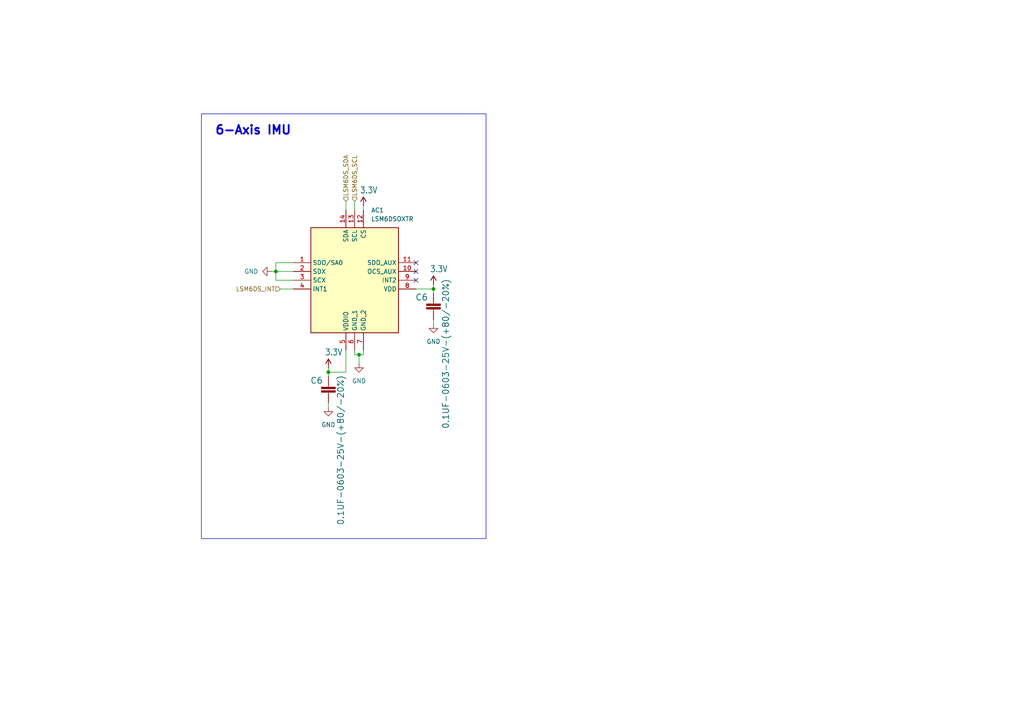
<source format=kicad_sch>
(kicad_sch (version 20230121) (generator eeschema)
  (paper "A4")
  (title_block (title "Intertia_Measurement_Unit"))
  (lib_symbols
    (symbol "GND_1" (power) (pin_names (offset 0))
      (property "Value" "GND_1" (at 0 -3.81 0))
      (symbol "GND_1_0_1"
        (polyline (pts (xy 0 0) (xy 0 -1.27) (xy 1.27 -1.27) (xy 0 -2.54) (xy -1.27 -1.27) (xy 0 -1.27)))
      )
      (symbol "GND_1_1_1"
        (pin power_in line (at 0 0 270) (length 0) hide (name "GND") (number "1"))
      )
    )
    (symbol "LSM6DSOXTR:LSM6DSOXTR"
      (property "Reference" "AC" (at 31.75 15.24 0))
      (property "Value" "LSM6DSOXTR" (at 31.75 12.7 0))
      (symbol "LSM6DSOXTR_1_1"
        (rectangle (start 5.08 10.16) (end 30.48 -20.32) (stroke (width 0.254)) (fill (type background)))
        (pin passive line (at 0 0 0) (length 5.08) (name "SDO/SA0") (number "1"))
        (pin passive line (at 35.56 -2.54 180) (length 5.08) (name "OCS_AUX") (number "10"))
        (pin passive line (at 35.56 0 180) (length 5.08) (name "SDO_AUX") (number "11"))
        (pin passive line (at 20.32 15.24 270) (length 5.08) (name "CS") (number "12"))
        (pin passive line (at 17.78 15.24 270) (length 5.08) (name "SCL") (number "13"))
        (pin passive line (at 15.24 15.24 270) (length 5.08) (name "SDA") (number "14"))
        (pin passive line (at 0 -2.54 0) (length 5.08) (name "SDX") (number "2"))
        (pin passive line (at 0 -5.08 0) (length 5.08) (name "SCX") (number "3"))
        (pin passive line (at 0 -7.62 0) (length 5.08) (name "INT1") (number "4"))
        (pin passive line (at 15.24 -25.4 90) (length 5.08) (name "VDDIO") (number "5"))
        (pin passive line (at 17.78 -25.4 90) (length 5.08) (name "GND_1") (number "6"))
        (pin passive line (at 20.32 -25.4 90) (length 5.08) (name "GND_2") (number "7"))
        (pin passive line (at 35.56 -7.62 180) (length 5.08) (name "VDD") (number "8"))
        (pin passive line (at 35.56 -5.08 180) (length 5.08) (name "INT2") (number "9"))
      )
    )
    (symbol "esp32-thing-eagle-import:0.1UF-0603-25V-(+80/-20%)"
      (property "Reference" "C" (at 1.524 2.921 0))
      (symbol "0.1UF-0603-25V-(+80/-20%)_1_0"
        (rectangle (start -2.032 0.508) (end 2.032 1.016) (fill (type outline)))
        (rectangle (start -2.032 1.524) (end 2.032 2.032) (fill (type outline)))
        (polyline (pts (xy 0 0) (xy 0 0.508)) (stroke (width 0.1524)))
        (polyline (pts (xy 0 2.54) (xy 0 2.032)) (stroke (width 0.1524)))
        (pin passive line (at 0 5.08 270) (length 2.54) (name "1") (number "1"))
        (pin passive line (at 0 -2.54 90) (length 2.54) (name "2") (number "2"))
      )
    )
    (symbol "esp32-thing-eagle-import:3.3V" (power)
      (property "Value" "3.3V" (at -1.016 3.556 0))
      (symbol "3.3V_1_0"
        (polyline (pts (xy 0 2.54) (xy -0.762 1.27)) (stroke (width 0.254)))
        (polyline (pts (xy 0.762 1.27) (xy 0 2.54)) (stroke (width 0.254)))
        (pin power_in line (at 0 0 90) (length 2.54) (name "3.3V") (number "1"))
      )
    )
  )
  (junction (at 95.25 107.95))
  (junction (at 80.01 78.74))
  (junction (at 125.73 83.82))
  (junction (at 104.14 102.87))
  (no_connect (at 120.65 76.2))
  (no_connect (at 120.65 81.28))
  (no_connect (at 120.65 78.74))
  (wire (pts (xy 80.01 78.74) (xy 80.01 81.28)))
  (wire (pts (xy 102.87 101.6) (xy 102.87 102.87)))
  (wire (pts (xy 78.74 78.74) (xy 80.01 78.74)))
  (wire (pts (xy 102.87 102.87) (xy 104.14 102.87)))
  (wire (pts (xy 105.41 101.6) (xy 105.41 102.87)))
  (wire (pts (xy 80.01 76.2) (xy 80.01 78.74)))
  (wire (pts (xy 105.41 59.69) (xy 105.41 60.96)))
  (wire (pts (xy 80.01 81.28) (xy 85.09 81.28)))
  (wire (pts (xy 100.33 107.95) (xy 100.33 101.6)))
  (wire (pts (xy 95.25 109.22) (xy 95.25 107.95)))
  (wire (pts (xy 104.14 102.87) (xy 104.14 105.41)))
  (wire (pts (xy 85.09 76.2) (xy 80.01 76.2)))
  (wire (pts (xy 95.25 116.84) (xy 95.25 118.11)))
  (wire (pts (xy 125.73 92.71) (xy 125.73 93.98)))
  (wire (pts (xy 100.33 58.42) (xy 100.33 60.96)))
  (wire (pts (xy 125.73 83.82) (xy 125.73 82.55)))
  (wire (pts (xy 105.41 102.87) (xy 104.14 102.87)))
  (wire (pts (xy 102.87 58.42) (xy 102.87 60.96)))
  (wire (pts (xy 95.25 106.68) (xy 95.25 107.95)))
  (wire (pts (xy 80.01 78.74) (xy 85.09 78.74)))
  (wire (pts (xy 81.28 83.82) (xy 85.09 83.82)))
  (wire (pts (xy 95.25 107.95) (xy 100.33 107.95)))
  (wire (pts (xy 120.65 83.82) (xy 125.73 83.82)))
  (wire (pts (xy 125.73 85.09) (xy 125.73 83.82)))
  (rectangle (start 58.42 33.02) (end 140.97 156.21))
  (text "6-Axis IMU" (at 62.23 39.37 0) (effects (font (size 2.54 2.54) (thickness 0.508) bold) (justify left bottom)))
  (hierarchical_label "LSM6DS_SDA" (shape input) (at 100.33 58.42 90))
  (hierarchical_label "LSM6DS_SCL" (shape input) (at 102.87 58.42 90))
  (hierarchical_label "LSM6DS_INT" (shape input) (at 81.28 83.82 180))
  (symbol (lib_name "GND_1") (lib_id "power:GND") (at 95.25 118.11 0) (unit 1)
    (property "Reference" "#PWR06" (effects hide))
    (property "Value" "GND" (at 95.25 123.19 0))
    (instances (project "HM_mainboard" (path "" (reference "#PWR06") (unit 1)) (path "" (reference "#PWR09") (unit 1)) (path "" (reference "#PWR011") (unit 1))))
  )
  (symbol (lib_id "esp32-thing-eagle-import:0.1UF-0603-25V-(+80/-20%)") (at 125.73 90.17 0) (mirror y) (unit 1)
    (property "Reference" "C6" (at 124.206 87.249 0) (effects (font (size 1.778 1.778)) (justify left bottom)))
    (property "Value" "0.1UF-0603-25V-(+80/-20%)" (at 128.27 124.46 90) (effects (font (size 1.778 1.778)) (justify left bottom)))
    (property "Footprint" "esp32-thing:0603" (effects hide))
    (instances (project "HM_mainboard" (path "" (reference "C6") (unit 1)) (path "" (reference "C17") (unit 1)) (path "" (reference "C6") (unit 1))) (project "esp32-thing" (path "" (reference "C11") (unit 1))))
  )
  (symbol (lib_id "esp32-thing-eagle-import:3.3V") (at 105.41 59.69 0) (unit 1)
    (property "Reference" "#SUPPLY08" (effects hide))
    (property "Value" "3.3V" (at 104.394 56.134 0) (effects (font (size 1.778 1.5113)) (justify left bottom)))
    (instances (project "HM_mainboard" (path "" (reference "#SUPPLY08") (unit 1)) (path "" (reference "#SUPPLY07") (unit 1)) (path "" (reference "#SUPPLY09") (unit 1))) (project "esp32-thing" (path "" (reference "#SUPPLY8") (unit 1))))
  )
  (symbol (lib_id "esp32-thing-eagle-import:3.3V") (at 95.25 106.68 0) (unit 1)
    (property "Reference" "#SUPPLY08" (effects hide))
    (property "Value" "3.3V" (at 94.234 103.124 0) (effects (font (size 1.778 1.5113)) (justify left bottom)))
    (instances (project "HM_mainboard" (path "" (reference "#SUPPLY08") (unit 1)) (path "" (reference "#SUPPLY010") (unit 1)) (path "" (reference "#SUPPLY07") (unit 1))) (project "esp32-thing" (path "" (reference "#SUPPLY8") (unit 1))))
  )
  (symbol (lib_name "GND_1") (lib_id "power:GND") (at 78.74 78.74 270) (unit 1)
    (property "Reference" "#PWR06" (effects hide))
    (property "Value" "GND" (at 74.93 78.74 90) (effects (justify right)))
    (instances (project "HM_mainboard" (path "" (reference "#PWR06") (unit 1)) (path "" (reference "#PWR010") (unit 1)) (path "" (reference "#PWR09") (unit 1))))
  )
  (symbol (lib_id "esp32-thing-eagle-import:3.3V") (at 125.73 82.55 0) (unit 1)
    (property "Reference" "#SUPPLY08" (effects hide))
    (property "Value" "3.3V" (at 124.714 78.994 0) (effects (font (size 1.778 1.5113)) (justify left bottom)))
    (instances (project "HM_mainboard" (path "" (reference "#SUPPLY08") (unit 1)) (path "" (reference "#SUPPLY09") (unit 1)) (path "" (reference "#SUPPLY010") (unit 1))) (project "esp32-thing" (path "" (reference "#SUPPLY8") (unit 1))))
  )
  (symbol (lib_id "esp32-thing-eagle-import:0.1UF-0603-25V-(+80/-20%)") (at 95.25 114.3 0) (mirror y) (unit 1)
    (property "Reference" "C6" (at 93.726 111.379 0) (effects (font (size 1.778 1.778)) (justify left bottom)))
    (property "Value" "0.1UF-0603-25V-(+80/-20%)" (at 97.79 152.4 90) (effects (font (size 1.778 1.778)) (justify left bottom)))
    (property "Footprint" "esp32-thing:0603" (effects hide))
    (instances (project "HM_mainboard" (path "" (reference "C6") (unit 1)) (path "" (reference "C17") (unit 1)) (path "" (reference "C7") (unit 1))) (project "esp32-thing" (path "" (reference "C11") (unit 1))))
  )
  (symbol (lib_name "GND_1") (lib_id "power:GND") (at 104.14 105.41 0) (unit 1)
    (property "Reference" "#PWR06" (effects hide))
    (property "Value" "GND" (at 104.14 110.49 0))
    (instances (project "HM_mainboard" (path "" (reference "#PWR06") (unit 1)) (path "" (reference "#PWR09") (unit 1)) (path "" (reference "#PWR010") (unit 1))))
  )
  (symbol (lib_name "GND_1") (lib_id "power:GND") (at 125.73 93.98 0) (unit 1)
    (property "Reference" "#PWR06" (effects hide))
    (property "Value" "GND" (at 125.73 99.06 0))
    (instances (project "HM_mainboard" (path "" (reference "#PWR06") (unit 1)) (path "" (reference "#PWR09") (unit 1)) (path "" (reference "#PWR012") (unit 1))))
  )
  (symbol (lib_id "LSM6DSOXTR:LSM6DSOXTR") (at 85.09 76.2 0) (unit 1)
    (property "Reference" "AC1" (at 107.6041 60.96 0) (effects (justify left)))
    (property "Value" "LSM6DSOXTR" (at 107.6041 63.5 0) (effects (justify left)))
    (property "Footprint" "HeadMouse:LSM6DSOXTR" (effects hide))
    (property "Datasheet" "https://www.st.com/resource/en/datasheet/lsm6dsox.pdf" (effects hide))
    (property "Mouser Part Number" "511-LSM6DSOXTR" (effects hide))
    (property "Mouser Price/Stock" "https://www.mouser.co.uk/ProductDetail/STMicroelectronics/LSM6DSOXTR?qs=l7cgNqFNU1i9dcjzItLpVQ%3D%3D" (effects hide))
    (property "Manufacturer_Name" "STMicroelectronics" (effects hide))
    (property "Manufacturer_Part_Number" "LSM6DSOXTR" (effects hide))
  )
)
</source>
